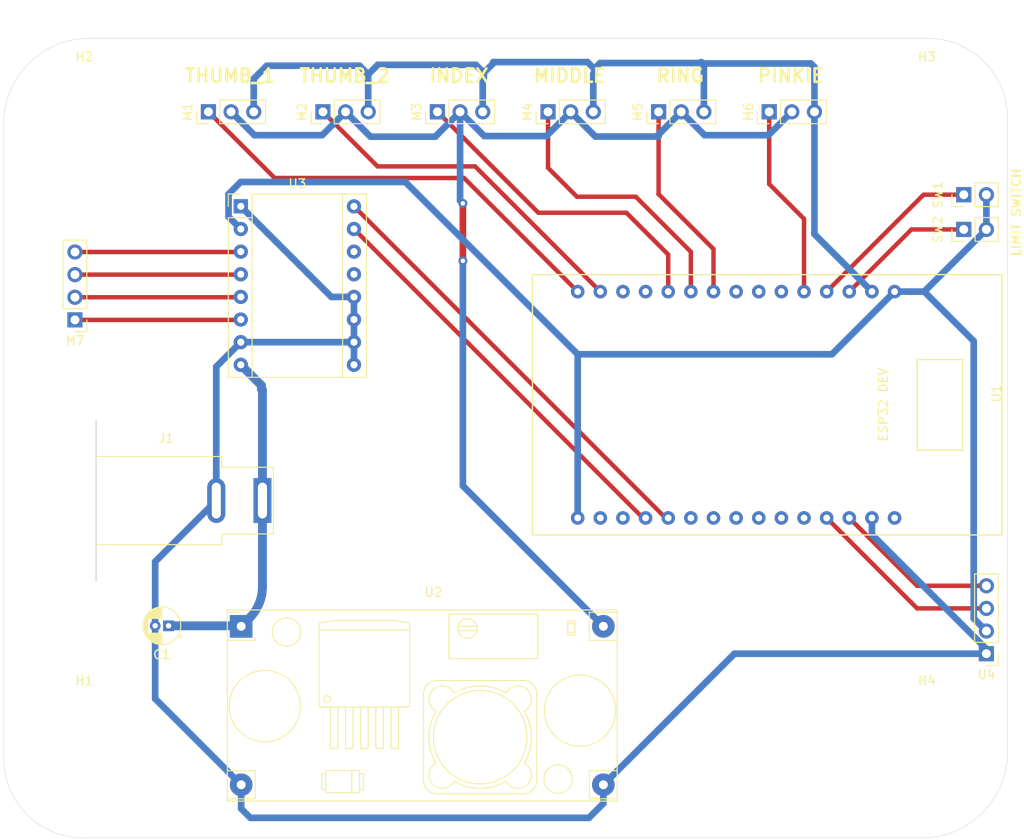
<source format=kicad_pcb>
(kicad_pcb (version 20240108) (generator "pcbnew") (generator_version "8.0")
  (layers (0 "F.Cu" signal) (31 "B.Cu" signal) (34 "B.Paste" user) (35 "F.Paste" user) (36 "B.SilkS" user "B.Silkscreen") (37 "F.SilkS" user "F.Silkscreen") (38 "B.Mask" user) (39 "F.Mask" user) (44 "Edge.Cuts" user))
  (net 0 "")
  (net 1 "Net-(U3-2B)")
  (net 2 "GND")
  (net 3 "Net-(U3-1A)")
  (net 4 "Net-(U3-1B)")
  (net 5 "Net-(M7--)")
  (net 6 "/DIR_PIN")
  (net 7 "/LIMIT_1")
  (net 8 "/LIMIT_2")
  (net 9 "+12V")
  (net 10 "/STEP_PIN")
  (net 11 "/INDEX")
  (net 12 "7.2V")
  (net 13 "/MIDDLE")
  (net 14 "/RING")
  (net 15 "/PINKIE")
  (net 16 "/THUMB_1")
  (net 17 "/THUMB_2")
  (net 18 "+3V3")
  (net 19 "/DT")
  (net 20 "/CW")
  (footprint "Connector_PinHeader_2.54mm:PinHeader_1x03_P2.54mm_Vertical" (layer "F.Cu") (at 111.449142 67.025 90)
    (property "Reference" "M2")
    (property "Value" "Motor_Servo")
  )
  (footprint "MountingHole:MountingHole_5.3mm_M5" (layer "F.Cu") (at 179.22 137.15)
    (property "Reference" "H4")
    (property "Value" "MountingHole")
  )
  (footprint "Module:Pololu_Breakout-16_15.2x20.3mm" (layer "F.Cu") (at 102.23 77.635)
    (property "Reference" "U3")
    (property "Value" "Pololu_Breakout_A4988")
  )
  (footprint "MountingHole:MountingHole_5.3mm_M5" (layer "F.Cu") (at 179.22 67.15)
    (property "Reference" "H3")
    (property "Value" "MountingHole")
  )
  (footprint "Library:ESP32-WROOM-32" (layer "F.Cu") (at 132.415 112.6 90)
    (property "Reference" "U1")
    (property "Value" "ESP32-WROOM-32")
  )
  (footprint "Connector_PinHeader_2.54mm:PinHeader_1x02_P2.54mm_Vertical" (layer "F.Cu") (at 183.36 76.325 90)
    (property "Reference" "SW1")
    (property "Value" "SW_SPST")
  )
  (footprint "Connector_PinHeader_2.54mm:PinHeader_1x04_P2.54mm_Vertical" (layer "F.Cu") (at 185.9 127.83 180)
    (property "Reference" "U4")
    (property "Value" "~")
  )
  (footprint "Connector_PinHeader_2.54mm:PinHeader_1x03_P2.54mm_Vertical" (layer "F.Cu") (at 98.6 67.025 90)
    (property "Reference" "M1")
    (property "Value" "Motor_Servo")
  )
  (footprint "Capacitor_THT:CP_Radial_D4.0mm_P1.50mm" (layer "F.Cu") (at 94.1226 124.7 180)
    (property "Reference" "C1")
    (property "Value" "22u")
  )
  (footprint "Connector_PinHeader_2.54mm:PinHeader_1x02_P2.54mm_Vertical" (layer "F.Cu") (at 183.36 80.225 90)
    (property "Reference" "SW2")
    (property "Value" "SW_SPST")
  )
  (footprint "Connector_BarrelJack:BarrelJack_SwitchcraftConxall_RAPC10U_Horizontal" (layer "F.Cu") (at 104.66 110.65)
    (property "Reference" "J1")
    (property "Value" "Barrel_Jack")
    (fp_line (start -18.67 -9) (end -18.67 9) (stroke (width 0.12)) (layer "Edge.Cuts"))
  )
  (footprint "Library:LM2596_BUCK_CONVERTER" (layer "F.Cu") (at 102.275 124.76)
    (property "Reference" "U2")
    (property "Value" "LM2596_BUCK_CONVERTER")
  )
  (footprint "MountingHole:MountingHole_5.3mm_M5" (layer "F.Cu") (at 84.67 137.15)
    (property "Reference" "H1")
    (property "Value" "MountingHole")
  )
  (footprint "Connector_PinHeader_2.54mm:PinHeader_1x03_P2.54mm_Vertical" (layer "F.Cu") (at 149.11514 67.025 90)
    (property "Reference" "M5")
    (property "Value" "Motor_Servo")
  )
  (footprint "Connector_PinHeader_2.54mm:PinHeader_1x03_P2.54mm_Vertical" (layer "F.Cu") (at 161.523572 67.025 90)
    (property "Reference" "M6")
    (property "Value" "Motor_Servo")
  )
  (footprint "Connector_PinHeader_2.54mm:PinHeader_1x03_P2.54mm_Vertical" (layer "F.Cu") (at 124.298284 67.025 90)
    (property "Reference" "M3")
    (property "Value" "Motor_Servo")
  )
  (footprint "Connector_PinHeader_2.54mm:PinHeader_1x03_P2.54mm_Vertical" (layer "F.Cu") (at 136.706712 67.025 90)
    (property "Reference" "M4")
    (property "Value" "Motor_Servo")
  )
  (footprint "Connector_PinHeader_2.54mm:PinHeader_1x04_P2.54mm_Vertical" (layer "F.Cu") (at 83.62 90.375 180)
    (property "Reference" "M7")
    (property "Value" "Stepper_Motor_bipolar")
  )
  (footprint "MountingHole:MountingHole_5.3mm_M5" (layer "F.Cu") (at 84.67 67.15)
    (property "Reference" "H2")
    (property "Value" "MountingHole")
  )
  (gr_line (start 75.619001 68.379828) (end 75.619001 139.55) (stroke (width 0.05)) (layer "Edge.Cuts"))
  (gr_arc (start 75.619001 68.379828) (mid 78.431119 61.590775) (end 85.220172 58.778657) (stroke (width 0.05)) (layer "Edge.Cuts"))
  (gr_arc (start 179.25 58.778099) (mid 185.625336 61.375045) (end 188.272176 67.729828) (stroke (width 0.05)) (layer "Edge.Cuts"))
  (gr_arc (start 188.270842 138.9) (mid 185.459409 145.68793) (end 178.671789 148.500112) (stroke (width 0.05)) (layer "Edge.Cuts"))
  (gr_line (start 85.220172 58.778657) (end 179.25 58.778657) (stroke (width 0.05)) (layer "Edge.Cuts"))
  (gr_arc (start 84.57073 148.501729) (mid 78.240902 145.879828) (end 75.619001 139.55) (stroke (width 0.05)) (layer "Edge.Cuts"))
  (gr_line (start 188.271901 138.9) (end 188.271901 67.729828) (stroke (width 0.05)) (layer "Edge.Cuts"))
  (gr_line (start 178.675 148.501729) (end 84.57073 148.501729) (stroke (width 0.05)) (layer "Edge.Cuts"))
  (gr_text "THUMB_2" (at 108.638428 63.85 0) (layer "F.SilkS") (effects (font (size 1.5 1.5) (thickness 0.3) (bold yes)) (justify left bottom)))
  (gr_text "THUMB_1" (at 95.789286 63.85 0) (layer "F.SilkS") (effects (font (size 1.5 1.5) (thickness 0.3) (bold yes)) (justify left bottom)))
  (gr_text "LIMIT SWITCH" (at 189.85 83.35 90) (layer "F.SilkS") (effects (font (size 1 1) (thickness 0.2) (bold yes)) (justify left bottom)))
  (gr_text "INDEX" (at 123.23757 63.85 0) (layer "F.SilkS") (effects (font (size 1.5 1.5) (thickness 0.3) (bold yes)) (justify left bottom)))
  (gr_text "MIDDLE" (at 134.931712 63.85 0) (layer "F.SilkS") (effects (font (size 1.5 1.5) (thickness 0.3) (bold yes)) (justify left bottom)))
  (gr_text "RING" (at 148.697283 63.85 0) (layer "F.SilkS") (effects (font (size 1.5 1.5) (thickness 0.3) (bold yes)) (justify left bottom)))
  (gr_text "PINKIE" (at 160.07 63.85 0) (layer "F.SilkS") (effects (font (size 1.5 1.5) (thickness 0.3) (bold yes)) (justify left bottom)))
  (segment (start 102.19 90.375) (end 102.23 90.335) (width 0.5) (layer "F.Cu") (net 1))
  (segment (start 83.62 90.375) (end 102.19 90.375) (width 0.5) (layer "F.Cu") (net 1))
  (segment (start 117.6 61.75) (end 128.6 61.75) (width 0.75) (layer "B.Cu") (net 2))
  (segment (start 103.68 67.025) (end 103.68 63.32) (width 0.75) (layer "B.Cu") (net 2))
  (segment (start 129.5 62.65) (end 130.55 61.6) (width 0.75) (layer "B.Cu") (net 2))
  (segment (start 166.603572 67.025) (end 166.603572 80.748572) (width 0.75) (layer "B.Cu") (net 2))
  (segment (start 102.275 142.54) (end 102.275 145.225) (width 0.75) (layer "B.Cu") (net 2))
  (segment (start 141.9 62.2) (end 142.55 61.55) (width 0.75) (layer "B.Cu") (net 2))
  (segment (start 92.6226 117.5074) (end 99.48 110.65) (width 0.75) (layer "B.Cu") (net 2))
  (segment (start 166.603572 62.003572) (end 166.603572 67.025) (width 0.75) (layer "B.Cu") (net 2))
  (segment (start 129.5 62.65) (end 129.5 63.25) (width 0.75) (layer "B.Cu") (net 2))
  (segment (start 141.9 62.65) (end 141.786712 62.763288) (width 0.75) (layer "B.Cu") (net 2))
  (segment (start 129.5 63.25) (end 129.378284 63.371716) (width 0.75) (layer "B.Cu") (net 2))
  (segment (start 153.9 61.45) (end 154.19514 61.74514) (width 0.75) (layer "B.Cu") (net 2))
  (segment (start 129.378284 63.371716) (end 129.378284 67.025) (width 0.75) (layer "B.Cu") (net 2))
  (segment (start 130.55 61.45) (end 141.15 61.45) (width 0.75) (layer "B.Cu") (net 2))
  (segment (start 154.19514 61.74514) (end 154.19514 67.025) (width 0.75) (layer "B.Cu") (net 2))
  (segment (start 142.915 144.635) (end 142.915 142.54) (width 0.75) (layer "B.Cu") (net 2))
  (segment (start 130.55 61.6) (end 130.55 61.45) (width 0.75) (layer "B.Cu") (net 2))
  (segment (start 114.93 87.795) (end 112.39 87.795) (width 0.75) (layer "B.Cu") (net 2))
  (segment (start 116.529142 62.829142) (end 116.529142 62.820858) (width 0.75) (layer "B.Cu") (net 2))
  (segment (start 102.275 145.225) (end 103.3 146.25) (width 0.75) (layer "B.Cu") (net 2))
  (segment (start 128.6 61.75) (end 129.5 62.65) (width 0.75) (layer "B.Cu") (net 2))
  (segment (start 103.3 146.25) (end 141.3 146.25) (width 0.75) (layer "B.Cu") (net 2))
  (segment (start 173.055 112.6) (end 173.055 114.460255) (width 0.75) (layer "B.Cu") (net 2))
  (segment (start 92.6226 124.7) (end 92.6226 132.8876) (width 0.75) (layer "B.Cu") (net 2))
  (segment (start 173.055 114.460255) (end 185.9 127.305255) (width 0.75) (layer "B.Cu") (net 2))
  (segment (start 99.48 95.625) (end 102.23 92.875) (width 0.75) (layer "B.Cu") (net 2))
  (segment (start 102.23 92.875) (end 114.93 92.875) (width 0.75) (layer "B.Cu") (net 2))
  (segment (start 185.9 127.83) (end 157.625 127.83) (width 0.75) (layer "B.Cu") (net 2))
  (segment (start 166.2 61.6) (end 166.603572 62.003572) (width 0.75) (layer "B.Cu") (net 2))
  (segment (start 141.15 61.45) (end 141.9 62.2) (width 0.75) (layer "B.Cu") (net 2))
  (segment (start 115.55 61.85) (end 116.529142 62.829142) (width 0.75) (layer "B.Cu") (net 2))
  (segment (start 142.55 61.55) (end 153.8 61.55) (width 0.75) (layer "B.Cu") (net 2))
  (segment (start 141.9 62.2) (end 141.9 62.65) (width 0.75) (layer "B.Cu") (net 2))
  (segment (start 92.6226 124.7) (end 92.6226 117.5074) (width 0.75) (layer "B.Cu") (net 2))
  (segment (start 166.603572 80.748572) (end 173.055 87.2) (width 0.75) (layer "B.Cu") (net 2))
  (segment (start 153.8 61.55) (end 153.9 61.45) (width 0.75) (layer "B.Cu") (net 2))
  (segment (start 141.3 146.25) (end 142.915 144.635) (width 0.75) (layer "B.Cu") (net 2))
  (segment (start 154.19514 61.74514) (end 154.34028 61.6) (width 0.75) (layer "B.Cu") (net 2))
  (segment (start 114.93 87.795) (end 114.93 90.335) (width 0.75) (layer "B.Cu") (net 2))
  (segment (start 141.786712 62.763288) (end 141.786712 67.025) (width 0.75) (layer "B.Cu") (net 2))
  (segment (start 185.9 127.305255) (end 185.9 127.83) (width 0.75) (layer "B.Cu") (net 2))
  (segment (start 154.34028 61.6) (end 166.2 61.6) (width 0.75) (layer "B.Cu") (net 2))
  (segment (start 114.93 92.875) (end 114.93 95.415) (width 0.75) (layer "B.Cu") (net 2))
  (segment (start 105.15 61.85) (end 115.55 61.85) (width 0.75) (layer "B.Cu") (net 2))
  (segment (start 92.6226 132.8876) (end 102.275 142.54) (width 0.75) (layer "B.Cu") (net 2))
  (segment (start 103.68 63.32) (end 105.15 61.85) (width 0.75) (layer "B.Cu") (net 2))
  (segment (start 116.529142 62.829142) (end 116.529142 67.025) (width 0.75) (layer "B.Cu") (net 2))
  (segment (start 116.529142 62.820858) (end 117.6 61.75) (width 0.75) (layer "B.Cu") (net 2))
  (segment (start 157.625 127.83) (end 142.915 142.54) (width 0.75) (layer "B.Cu") (net 2))
  (segment (start 99.48 110.65) (end 99.48 95.625) (width 0.75) (layer "B.Cu") (net 2))
  (segment (start 114.93 92.875) (end 114.93 90.335) (width 0.75) (layer "B.Cu") (net 2))
  (segment (start 112.39 87.795) (end 102.23 77.635) (width 0.75) (layer "B.Cu") (net 2))
  (segment (start 83.62 85.295) (end 102.19 85.295) (width 0.5) (layer "F.Cu") (net 3))
  (segment (start 102.19 85.295) (end 102.23 85.255) (width 0.5) (layer "F.Cu") (net 3))
  (segment (start 102.19 82.755) (end 102.23 82.715) (width 0.5) (layer "F.Cu") (net 4))
  (segment (start 83.62 82.755) (end 102.19 82.755) (width 0.5) (layer "F.Cu") (net 4))
  (segment (start 102.19 87.835) (end 102.23 87.795) (width 0.5) (layer "F.Cu") (net 5))
  (segment (start 83.62 87.835) (end 102.19 87.835) (width 0.5) (layer "F.Cu") (net 5))
  (segment (start 149.895 112.6) (end 150.195 112.6) (width 0.5) (layer "F.Cu") (net 6))
  (segment (start 114.93 77.635) (end 149.895 112.6) (width 0.5) (layer "F.Cu") (net 6))
  (segment (start 167.975 87.2) (end 178.85 76.325) (width 0.5) (layer "F.Cu") (net 7))
  (segment (start 178.85 76.325) (end 183.36 76.325) (width 0.5) (layer "F.Cu") (net 7))
  (segment (start 170.515 87.2) (end 177.49 80.225) (width 0.5) (layer "F.Cu") (net 8))
  (segment (start 177.49 80.225) (end 183.36 80.225) (width 0.5) (layer "F.Cu") (net 8))
  (segment (start 104.66 110.65) (end 104.66 120.303932) (width 1) (layer "B.Cu") (net 9))
  (segment (start 103.195534 123.839466) (end 102.275 124.76) (width 1) (layer "B.Cu") (net 9))
  (segment (start 94.1226 124.7) (end 102.215 124.7) (width 1) (layer "B.Cu") (net 9))
  (segment (start 104.55 98.15) (end 104.66 98.26) (width 1) (layer "B.Cu") (net 9))
  (segment (start 102.275 124.76) (end 102.275 124.696068) (width 1) (layer "B.Cu") (net 9))
  (segment (start 102.215 124.7) (end 102.275 124.76) (width 1) (layer "B.Cu") (net 9))
  (segment (start 104.66 98.26) (end 104.66 110.65) (width 1) (layer "B.Cu") (net 9))
  (segment (start 102.23 95.415) (end 104.55 97.735) (width 1) (layer "B.Cu") (net 9))
  (segment (start 104.55 97.735) (end 104.55 98.15) (width 1) (layer "B.Cu") (net 9))
  (arc (start 104.66 120.303932) (mid 104.279398 122.217349) (end 103.195534 123.839466) (width 1) (layer "B.Cu") (net 9))
  (segment (start 114.93 80.175) (end 147.355 112.6) (width 0.5) (layer "F.Cu") (net 10))
  (segment (start 147.355 112.6) (end 147.655 112.6) (width 0.5) (layer "F.Cu") (net 10))
  (segment (start 150.195 83.045) (end 145.5 78.35) (width 0.5) (layer "F.Cu") (net 11))
  (segment (start 150.195 87.2) (end 150.195 83.045) (width 0.5) (layer "F.Cu") (net 11))
  (segment (start 145.5 78.35) (end 135.623284 78.35) (width 0.5) (layer "F.Cu") (net 11))
  (segment (start 135.623284 78.35) (end 124.298284 67.025) (width 0.5) (layer "F.Cu") (net 11))
  (segment (start 127.15 83.75) (end 127.15 77.3) (width 0.75) (layer "F.Cu") (net 12))
  (via (at 127.15 77.3) (size 1) (drill 0.5) (layers "F.Cu" "B.Cu") (net 12))
  (via (at 127.15 83.75) (size 1) (drill 0.5) (layers "F.Cu" "B.Cu") (net 12))
  (segment (start 142.021712 69.8) (end 149.1 69.8) (width 0.75) (layer "B.Cu") (net 12))
  (segment (start 129.563284 69.75) (end 136.521712 69.75) (width 0.75) (layer "B.Cu") (net 12))
  (segment (start 149.1 69.58014) (end 151.65514 67.025) (width 0.75) (layer "B.Cu") (net 12))
  (segment (start 103.765 69.65) (end 101.14 67.025) (width 0.75) (layer "B.Cu") (net 12))
  (segment (start 142.915 124.76) (end 127.15 108.995) (width 0.75) (layer "B.Cu") (net 12))
  (segment (start 124.05 69.813284) (end 116.777426 69.813284) (width 0.75) (layer "B.Cu") (net 12))
  (segment (start 154.28014 69.65) (end 161.438572 69.65) (width 0.75) (layer "B.Cu") (net 12))
  (segment (start 136.521712 69.75) (end 139.246712 67.025) (width 0.75) (layer "B.Cu") (net 12))
  (segment (start 161.438572 69.65) (end 164.063572 67.025) (width 0.75) (layer "B.Cu") (net 12))
  (segment (start 127.15 108.995) (end 127.15 83.75) (width 0.75) (layer "B.Cu") (net 12))
  (segment (start 113.989142 67.025) (end 111.364142 69.65) (width 0.75) (layer "B.Cu") (net 12))
  (segment (start 126.838284 76.988284) (end 126.838284 67.025) (width 0.75) (layer "B.Cu") (net 12))
  (segment (start 116.777426 69.813284) (end 113.989142 67.025) (width 0.75) (layer "B.Cu") (net 12))
  (segment (start 127.15 77.3) (end 126.838284 76.988284) (width 0.75) (layer "B.Cu") (net 12))
  (segment (start 139.246712 67.025) (end 142.021712 69.8) (width 0.75) (layer "B.Cu") (net 12))
  (segment (start 126.838284 67.025) (end 129.563284 69.75) (width 0.75) (layer "B.Cu") (net 12))
  (segment (start 149.1 69.8) (end 149.1 69.58014) (width 0.75) (layer "B.Cu") (net 12))
  (segment (start 151.65514 67.025) (end 154.28014 69.65) (width 0.75) (layer "B.Cu") (net 12))
  (segment (start 126.838284 67.025) (end 124.05 69.813284) (width 0.75) (layer "B.Cu") (net 12))
  (segment (start 111.364142 69.65) (end 103.765 69.65) (width 0.75) (layer "B.Cu") (net 12))
  (segment (start 136.706712 73.306712) (end 136.706712 67.025) (width 0.5) (layer "F.Cu") (net 13))
  (segment (start 152.735 82.735) (end 146.55 76.55) (width 0.5) (layer "F.Cu") (net 13))
  (segment (start 152.735 87.2) (end 152.735 82.735) (width 0.5) (layer "F.Cu") (net 13))
  (segment (start 146.55 76.55) (end 139.95 76.55) (width 0.5) (layer "F.Cu") (net 13))
  (segment (start 139.95 76.55) (end 136.706712 73.306712) (width 0.5) (layer "F.Cu") (net 13))
  (segment (start 149.1 76.25) (end 149.11514 76.23486) (width 0.5) (layer "F.Cu") (net 14))
  (segment (start 155.275 82.425) (end 149.1 76.25) (width 0.5) (layer "F.Cu") (net 14))
  (segment (start 155.275 87.2) (end 155.275 82.425) (width 0.5) (layer "F.Cu") (net 14))
  (segment (start 149.11514 76.23486) (end 149.11514 67.025) (width 0.5) (layer "F.Cu") (net 14))
  (segment (start 165.435 87.2) (end 165.435 79.035) (width 0.5) (layer "F.Cu") (net 15))
  (segment (start 165.435 79.035) (end 161.523572 75.123572) (width 0.5) (layer "F.Cu") (net 15))
  (segment (start 161.523572 75.123572) (end 161.523572 67.025) (width 0.5) (layer "F.Cu") (net 15))
  (segment (start 127.285 74.45) (end 106.025 74.45) (width 0.5) (layer "F.Cu") (net 16))
  (segment (start 140.035 87.2) (end 127.285 74.45) (width 0.5) (layer "F.Cu") (net 16))
  (segment (start 106.025 74.45) (end 98.6 67.025) (width 0.5) (layer "F.Cu") (net 16))
  (segment (start 117.574142 73.15) (end 111.449142 67.025) (width 0.5) (layer "F.Cu") (net 17))
  (segment (start 128.525 73.15) (end 117.574142 73.15) (width 0.5) (layer "F.Cu") (net 17))
  (segment (start 142.575 87.2) (end 128.525 73.15) (width 0.5) (layer "F.Cu") (net 17))
  (segment (start 120.7 74.9) (end 102.215 74.9) (width 0.75) (layer "B.Cu") (net 18))
  (segment (start 175.595 87.2) (end 178.925 87.2) (width 0.75) (layer "B.Cu") (net 18))
  (segment (start 184.475 123.865) (end 184.475 92.75) (width 0.75) (layer "B.Cu") (net 18))
  (segment (start 140.035 94.235) (end 168.56 94.235) (width 0.75) (layer "B.Cu") (net 18))
  (segment (start 178.925 87.2) (end 185.9 80.225) (width 0.75) (layer "B.Cu") (net 18))
  (segment (start 102.215 74.9) (end 100.855 76.26) (width 0.75) (layer "B.Cu") (net 18))
  (segment (start 100.855 78.8) (end 102.23 80.175) (width 0.75) (layer "B.Cu") (net 18))
  (segment (start 100.855 76.26) (end 100.855 78.8) (width 0.75) (layer "B.Cu") (net 18))
  (segment (start 140.035 112.6) (end 140.035 94.235) (width 0.75) (layer "B.Cu") (net 18))
  (segment (start 168.56 94.235) (end 175.595 87.2) (width 0.75) (layer "B.Cu") (net 18))
  (segment (start 140.035 94.235) (end 120.7 74.9) (width 0.75) (layer "B.Cu") (net 18))
  (segment (start 184.475 92.75) (end 178.925 87.2) (width 0.75) (layer "B.Cu") (net 18))
  (segment (start 185.9 80.225) (end 185.9 76.325) (width 0.75) (layer "B.Cu") (net 18))
  (segment (start 185.9 125.29) (end 184.475 123.865) (width 0.75) (layer "B.Cu") (net 18))
  (segment (start 178.125 120.21) (end 185.9 120.21) (width 0.5) (layer "F.Cu") (net 19))
  (segment (start 170.515 112.6) (end 178.125 120.21) (width 0.5) (layer "F.Cu") (net 19))
  (segment (start 167.975 112.6) (end 178.125 122.75) (width 0.5) (layer "F.Cu") (net 20))
  (segment (start 178.125 122.75) (end 185.9 122.75) (width 0.5) (layer "F.Cu") (net 20))
)
</source>
